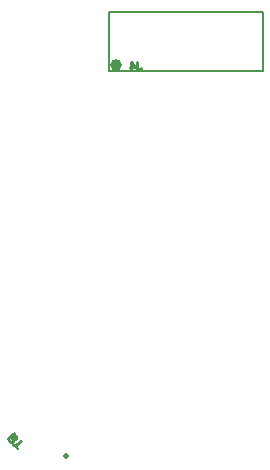
<source format=gbo>
%FSLAX33Y33*%
%MOMM*%
%ADD10C,0.2032*%
%ADD11C,0.5*%
%ADD12C,0.15*%
%ADD13C,1.*%
D10*
%LNbottom silkscreen_traces*%
%LNbottom silkscreen component 7315b2cb7b9903fe*%
G01*
X-14371Y-15805D02*
X-14371Y-15805D01*
X-14352Y-15828*
X-14335Y-15850*
X-14321Y-15871*
X-14310Y-15892*
X-14301Y-15912*
X-14294Y-15932*
X-14291Y-15952*
X-14289Y-15971*
X-14290Y-15992*
X-14294Y-16013*
X-14301Y-16036*
X-14310Y-16058*
X-14321Y-16079*
X-14335Y-16098*
X-14351Y-16117*
X-14374Y-16136*
X-14399Y-16152*
X-14425Y-16162*
X-14453Y-16168*
X-14481Y-16170*
X-14510Y-16166*
X-14539Y-16157*
X-14569Y-16144*
X-14570Y-16144*
X-14562Y-16170*
X-14559Y-16196*
X-14559Y-16220*
X-14563Y-16244*
X-14569Y-16266*
X-14579Y-16286*
X-14591Y-16305*
X-14606Y-16322*
X-14624Y-16338*
X-14645Y-16351*
X-14668Y-16361*
X-14692Y-16369*
X-14718Y-16373*
X-14744Y-16373*
X-14769Y-16369*
X-14794Y-16361*
X-14820Y-16349*
X-14846Y-16332*
X-14874Y-16310*
X-14903Y-16284*
X-15092Y-16094*
X-14587Y-15589*
X-14394Y-15781*
X-14371Y-15805*
X-14813Y-15948D02*
X-14813Y-15948D01*
X-14704Y-16058*
X-14683Y-16079*
X-14667Y-16098*
X-14654Y-16114*
X-14646Y-16128*
X-14638Y-16144*
X-14633Y-16160*
X-14631Y-16176*
X-14632Y-16191*
X-14636Y-16206*
X-14642Y-16221*
X-14652Y-16235*
X-14664Y-16248*
X-14677Y-16260*
X-14690Y-16269*
X-14705Y-16276*
X-14720Y-16281*
X-14736Y-16283*
X-14751Y-16282*
X-14766Y-16279*
X-14781Y-16272*
X-14797Y-16262*
X-14817Y-16247*
X-14839Y-16227*
X-14865Y-16203*
X-14966Y-16101*
X-14813Y-15948*
X-14579Y-15715D02*
X-14579Y-15715D01*
X-14453Y-15841*
X-14438Y-15856*
X-14426Y-15869*
X-14417Y-15880*
X-14410Y-15889*
X-14401Y-15902*
X-14394Y-15915*
X-14389Y-15928*
X-14385Y-15941*
X-14383Y-15954*
X-14383Y-15967*
X-14385Y-15981*
X-14388Y-15995*
X-14393Y-16009*
X-14400Y-16022*
X-14409Y-16035*
X-14421Y-16048*
X-14435Y-16060*
X-14451Y-16070*
X-14467Y-16078*
X-14484Y-16082*
X-14502Y-16084*
X-14519Y-16083*
X-14537Y-16079*
X-14554Y-16071*
X-14572Y-16061*
X-14592Y-16046*
X-14613Y-16028*
X-14636Y-16006*
X-14753Y-15889*
X-14579Y-15715*
X-14363Y-16704D02*
X-14363Y-16704D01*
X-14363Y-16705*
X-14196Y-16872*
X-14255Y-16931*
X-14656Y-16531*
X-14597Y-16472*
X-14430Y-16638*
X-14430Y-16638*
X-13983Y-16192*
X-13917Y-16258*
X-14363Y-16704*
D11*
X-10158Y-17490D03*
%LNbottom silkscreen component eceea0cbb67eeceb*%
D10*
X-3950Y15165D02*
X-3950Y15165D01*
X-3979Y15170*
X-4005Y15178*
X-4030Y15189*
X-4052Y15203*
X-4070Y15221*
X-4086Y15241*
X-4098Y15264*
X-4108Y15291*
X-4115Y15323*
X-4119Y15361*
X-4120Y15403*
X-4120Y15890*
X-4026Y15890*
X-4026Y15398*
X-4026Y15398*
X-4026Y15369*
X-4026Y15369*
X-4024Y15344*
X-4024Y15344*
X-4021Y15324*
X-4021Y15324*
X-4016Y15308*
X-4016Y15308*
X-4011Y15295*
X-4010Y15294*
X-4003Y15283*
X-4003Y15283*
X-3993Y15272*
X-3993Y15272*
X-3981Y15263*
X-3981Y15263*
X-3967Y15256*
X-3967Y15256*
X-3952Y15251*
X-3952Y15251*
X-3936Y15248*
X-3936Y15248*
X-3919Y15247*
X-3919Y15247*
X-3896Y15249*
X-3896Y15249*
X-3876Y15254*
X-3875Y15254*
X-3858Y15264*
X-3858Y15264*
X-3843Y15277*
X-3843Y15277*
X-3830Y15296*
X-3830Y15296*
X-3821Y15321*
X-3821Y15321*
X-3815Y15352*
X-3815Y15352*
X-3812Y15389*
X-3727Y15378*
X-3730Y15328*
X-3738Y15285*
X-3754Y15248*
X-3775Y15217*
X-3803Y15194*
X-3836Y15177*
X-3875Y15167*
X-3919Y15163*
X-3950Y15165*
X-4609Y15347D02*
X-4609Y15347D01*
X-4609Y15347*
X-4705Y15347*
X-4705Y15426*
X-4609Y15426*
X-4609Y15427*
X-4609Y15890*
X-4538Y15890*
X-4211Y15427*
X-4211Y15347*
X-4522Y15347*
X-4522Y15347*
X-4522Y15176*
X-4609Y15176*
X-4609Y15347*
X-4521Y15748D02*
X-4521Y15748D01*
X-4298Y15427*
X-4521Y15427*
X-4521Y15748*
D12*
X6500Y20078D02*
X-6500Y20078D01*
X-6500Y15078*
X6500Y15078*
X6500Y20078*
D13*
X-5950Y15582D03*
M02*
</source>
